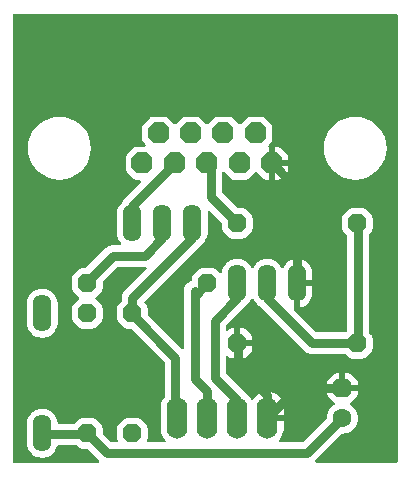
<source format=gbr>
%TF.GenerationSoftware,KiCad,Pcbnew,8.0.4*%
%TF.CreationDate,2024-09-20T14:01:47+02:00*%
%TF.ProjectId,TTL2RS232v1,54544c32-5253-4323-9332-76312e6b6963,rev?*%
%TF.SameCoordinates,Original*%
%TF.FileFunction,Copper,L2,Bot*%
%TF.FilePolarity,Positive*%
%FSLAX46Y46*%
G04 Gerber Fmt 4.6, Leading zero omitted, Abs format (unit mm)*
G04 Created by KiCad (PCBNEW 8.0.4) date 2024-09-20 14:01:47*
%MOMM*%
%LPD*%
G01*
G04 APERTURE LIST*
G04 Aperture macros list*
%AMOutline5P*
0 Free polygon, 5 corners , with rotation*
0 The origin of the aperture is its center*
0 number of corners: always 5*
0 $1 to $10 corner X, Y*
0 $11 Rotation angle, in degrees counterclockwise*
0 create outline with 5 corners*
4,1,5,$1,$2,$3,$4,$5,$6,$7,$8,$9,$10,$1,$2,$11*%
%AMOutline6P*
0 Free polygon, 6 corners , with rotation*
0 The origin of the aperture is its center*
0 number of corners: always 6*
0 $1 to $12 corner X, Y*
0 $13 Rotation angle, in degrees counterclockwise*
0 create outline with 6 corners*
4,1,6,$1,$2,$3,$4,$5,$6,$7,$8,$9,$10,$11,$12,$1,$2,$13*%
%AMOutline7P*
0 Free polygon, 7 corners , with rotation*
0 The origin of the aperture is its center*
0 number of corners: always 7*
0 $1 to $14 corner X, Y*
0 $15 Rotation angle, in degrees counterclockwise*
0 create outline with 7 corners*
4,1,7,$1,$2,$3,$4,$5,$6,$7,$8,$9,$10,$11,$12,$13,$14,$1,$2,$15*%
%AMOutline8P*
0 Free polygon, 8 corners , with rotation*
0 The origin of the aperture is its center*
0 number of corners: always 8*
0 $1 to $16 corner X, Y*
0 $17 Rotation angle, in degrees counterclockwise*
0 create outline with 8 corners*
4,1,8,$1,$2,$3,$4,$5,$6,$7,$8,$9,$10,$11,$12,$13,$14,$15,$16,$1,$2,$17*%
G04 Aperture macros list end*
%TA.AperFunction,ComponentPad*%
%ADD10Outline8P,-0.787400X0.393700X-0.393700X0.787400X0.393700X0.787400X0.787400X0.393700X0.787400X-0.393700X0.393700X-0.787400X-0.393700X-0.787400X-0.787400X-0.393700X90.000000*%
%TD*%
%TA.AperFunction,ComponentPad*%
%ADD11C,1.600200*%
%TD*%
%TA.AperFunction,ComponentPad*%
%ADD12Outline8P,-0.800100X0.400050X-0.400050X0.800100X0.400050X0.800100X0.800100X0.400050X0.800100X-0.400050X0.400050X-0.800100X-0.400050X-0.800100X-0.800100X-0.400050X90.000000*%
%TD*%
%TA.AperFunction,ComponentPad*%
%ADD13O,1.574800X3.149600*%
%TD*%
%TA.AperFunction,ComponentPad*%
%ADD14Outline8P,-0.787400X0.393700X-0.393700X0.787400X0.393700X0.787400X0.787400X0.393700X0.787400X-0.393700X0.393700X-0.787400X-0.393700X-0.787400X-0.787400X-0.393700X180.000000*%
%TD*%
%TA.AperFunction,ComponentPad*%
%ADD15O,1.762000X3.524000*%
%TD*%
%TA.AperFunction,ComponentPad*%
%ADD16Outline8P,-0.889000X0.444500X-0.444500X0.889000X0.444500X0.889000X0.889000X0.444500X0.889000X-0.444500X0.444500X-0.889000X-0.444500X-0.889000X-0.889000X-0.444500X0.000000*%
%TD*%
%TA.AperFunction,ComponentPad*%
%ADD17Outline8P,-0.787400X0.393700X-0.393700X0.787400X0.393700X0.787400X0.787400X0.393700X0.787400X-0.393700X0.393700X-0.787400X-0.393700X-0.787400X-0.787400X-0.393700X0.000000*%
%TD*%
%TA.AperFunction,Conductor*%
%ADD18C,0.800000*%
%TD*%
%TA.AperFunction,Conductor*%
%ADD19C,0.508000*%
%TD*%
G04 APERTURE END LIST*
D10*
%TO.P,R1,1*%
%TO.N,N$1*%
X142316100Y-121508600D03*
%TO.P,R1,2*%
%TO.N,VCC*%
X142316100Y-111348600D03*
%TD*%
D11*
%TO.P,C1,+*%
%TO.N,N$3*%
X160096100Y-120238600D03*
D12*
%TO.P,C1,-*%
%TO.N,GNDA*%
X160096100Y-117698600D03*
%TD*%
D13*
%TO.P,Q3,B*%
%TO.N,N$2*%
X153746100Y-108808600D03*
%TO.P,Q3,C*%
%TO.N,N$1*%
X151206100Y-108808600D03*
%TO.P,Q3,E*%
%TO.N,GNDA*%
X156286100Y-108808600D03*
%TD*%
D10*
%TO.P,R3,1*%
%TO.N,N$3*%
X138506100Y-121508600D03*
%TO.P,R3,2*%
%TO.N,N$5*%
X138506100Y-111348600D03*
%TD*%
D14*
%TO.P,R4,1*%
%TO.N,N$2*%
X161366100Y-103728600D03*
%TO.P,R4,2*%
%TO.N,N$4*%
X151206100Y-103728600D03*
%TD*%
D13*
%TO.P,Q4,B*%
%TO.N,N$6*%
X144856100Y-103728600D03*
%TO.P,Q4,C*%
%TO.N,N$5*%
X142316100Y-103728600D03*
%TO.P,Q4,E*%
%TO.N,VCC*%
X147396100Y-103728600D03*
%TD*%
D15*
%TO.P,X2,1*%
%TO.N,VCC*%
X146126100Y-120238600D03*
%TO.P,X2,2*%
%TO.N,N$9*%
X148666100Y-120238600D03*
%TO.P,X2,3*%
%TO.N,N$1*%
X151206100Y-120238600D03*
%TO.P,X2,4*%
%TO.N,GNDA*%
X153746100Y-120238600D03*
%TD*%
D16*
%TO.P,X1,1*%
%TO.N,N/C*%
X143179700Y-98648600D03*
%TO.P,X1,2*%
%TO.N,N$5*%
X145922900Y-98648600D03*
%TO.P,X1,3*%
%TO.N,N$4*%
X148666100Y-98648600D03*
%TO.P,X1,4*%
%TO.N,N/C*%
X151409300Y-98648600D03*
%TO.P,X1,5*%
%TO.N,GNDA*%
X154152500Y-98648600D03*
%TO.P,X1,6*%
%TO.N,N/C*%
X144551300Y-96108600D03*
%TO.P,X1,7*%
X147294500Y-96108600D03*
%TO.P,X1,8*%
X150037700Y-96108600D03*
%TO.P,X1,9*%
X152780900Y-96108600D03*
%TD*%
D17*
%TO.P,R5,1*%
%TO.N,N$6*%
X138506100Y-108808600D03*
%TO.P,R5,2*%
%TO.N,N$9*%
X148666100Y-108808600D03*
%TD*%
D13*
%TO.P,D1,A*%
%TO.N,N$3*%
X134696100Y-121508600D03*
%TO.P,D1,C*%
%TO.N,N$4*%
X134696100Y-111348600D03*
%TD*%
D17*
%TO.P,R2,1*%
%TO.N,GNDA*%
X151206100Y-113888600D03*
%TO.P,R2,2*%
%TO.N,N$2*%
X161366100Y-113888600D03*
%TD*%
D18*
%TO.N,N$3*%
X157134700Y-123200000D02*
X160096100Y-120238600D01*
X140197500Y-123200000D02*
X157134700Y-123200000D01*
X138506100Y-121508600D02*
X140197500Y-123200000D01*
D19*
X134787500Y-121600000D02*
X134696100Y-121508600D01*
D18*
X138414700Y-121600000D02*
X134787500Y-121600000D01*
D19*
X138506100Y-121508600D02*
X138414700Y-121600000D01*
D18*
%TO.N,GNDA*%
X156284700Y-117700000D02*
X160094700Y-117700000D01*
X153746100Y-120238600D02*
X156284700Y-117700000D01*
X160094700Y-117700000D02*
X160096100Y-117698600D01*
X153746100Y-118246100D02*
X151256900Y-115756900D01*
X153746100Y-120238600D02*
X153746100Y-118246100D01*
X151256900Y-115756900D02*
X151256900Y-114295000D01*
%TO.N,N$1*%
X151206100Y-118706100D02*
X151206100Y-120238600D01*
X149301100Y-116801100D02*
X151206100Y-118706100D01*
X149301100Y-111983600D02*
X149301100Y-116801100D01*
X151206100Y-110078600D02*
X149301100Y-111983600D01*
X151206100Y-108808600D02*
X151206100Y-110078600D01*
%TO.N,N$9*%
X147603900Y-109870800D02*
X148666100Y-108808600D01*
D19*
X147603900Y-110400000D02*
X147603900Y-109870800D01*
D18*
X148666100Y-117951600D02*
X147603900Y-116889400D01*
X148666100Y-120238600D02*
X148666100Y-117951600D01*
X147603900Y-116889400D02*
X147603900Y-109464100D01*
%TO.N,VCC*%
X145973700Y-120086200D02*
X146126100Y-120238600D01*
X142316100Y-111450200D02*
X145973700Y-115107800D01*
D19*
X142316100Y-111348600D02*
X142316100Y-111450200D01*
D18*
X145973700Y-115107800D02*
X145973700Y-120086200D01*
X147396100Y-104998600D02*
X147396100Y-103728600D01*
X142316100Y-110078600D02*
X147396100Y-104998600D01*
X142316100Y-111348600D02*
X142316100Y-110078600D01*
%TO.N,N$6*%
X143354700Y-106500000D02*
X140700000Y-106500000D01*
X140700000Y-106500000D02*
X138506100Y-108693900D01*
X144856100Y-104998600D02*
X143354700Y-106500000D01*
X144856100Y-103728600D02*
X144856100Y-104998600D01*
%TO.N,GNDA*%
X156300000Y-100796100D02*
X154152500Y-98648600D01*
X156300000Y-105300000D02*
X156300000Y-100796100D01*
D19*
X156286100Y-105313900D02*
X156300000Y-105300000D01*
D18*
X156286100Y-108808600D02*
X156286100Y-105313900D01*
%TO.N,N$5*%
X142316100Y-102255400D02*
X145922900Y-98648600D01*
X142316100Y-103728600D02*
X142316100Y-102255400D01*
%TO.N,N$4*%
X149000000Y-101522500D02*
X149000000Y-98982500D01*
X149000000Y-98982500D02*
X148666100Y-98648600D01*
X151206100Y-103728600D02*
X149000000Y-101522500D01*
D19*
%TO.N,N$1*%
X151206100Y-121508600D02*
X151206100Y-120238600D01*
X151256900Y-119984600D02*
X151206100Y-120238600D01*
X142316100Y-121610200D02*
X142316100Y-121508600D01*
X151256900Y-109011800D02*
X151206100Y-108808600D01*
X151256900Y-120391000D02*
X151206100Y-120238600D01*
D18*
%TO.N,N$2*%
X161416900Y-113888600D02*
X161416900Y-103728600D01*
X153746100Y-108808600D02*
X153746100Y-110078600D01*
D19*
X161416900Y-113888600D02*
X161366100Y-113888600D01*
D18*
X157556100Y-113888600D02*
X161366100Y-113888600D01*
X153746100Y-110078600D02*
X157556100Y-113888600D01*
D19*
X161416900Y-103728600D02*
X161366100Y-103728600D01*
%TO.N,N$5*%
X145567300Y-98851800D02*
X145922900Y-98648600D01*
%TO.N,N$6*%
X144754500Y-103728600D02*
X144856100Y-103728600D01*
%TO.N,VCC*%
X147599300Y-103728600D02*
X147396100Y-103728600D01*
%TD*%
%TA.AperFunction,Conductor*%
%TO.N,GNDA*%
G36*
X164763639Y-86019685D02*
G01*
X164809394Y-86072489D01*
X164820600Y-86124000D01*
X164820600Y-116172000D01*
X164800325Y-123876326D01*
X164780464Y-123943314D01*
X164727539Y-123988930D01*
X164676325Y-124000000D01*
X157918876Y-124000000D01*
X157851837Y-123980315D01*
X157806082Y-123927511D01*
X157796138Y-123858353D01*
X157825163Y-123794797D01*
X157831195Y-123788319D01*
X159600250Y-122019262D01*
X160032641Y-121586870D01*
X160093962Y-121553387D01*
X160109505Y-121551026D01*
X160324204Y-121532242D01*
X160545377Y-121472979D01*
X160752900Y-121376210D01*
X160940465Y-121244875D01*
X161102375Y-121082965D01*
X161233710Y-120895400D01*
X161330479Y-120687877D01*
X161389742Y-120466704D01*
X161409699Y-120238600D01*
X161408399Y-120223747D01*
X161389742Y-120010500D01*
X161389742Y-120010496D01*
X161330479Y-119789323D01*
X161233710Y-119581801D01*
X161233708Y-119581798D01*
X161233707Y-119581796D01*
X161102378Y-119394239D01*
X161102373Y-119394233D01*
X160940465Y-119232325D01*
X160777452Y-119118181D01*
X160733827Y-119063604D01*
X160726635Y-118994106D01*
X160758157Y-118931751D01*
X160772506Y-118918682D01*
X160820746Y-118881207D01*
X160820759Y-118881196D01*
X161278696Y-118423259D01*
X161278707Y-118423246D01*
X161330629Y-118356408D01*
X161330629Y-118356407D01*
X161385650Y-118223574D01*
X161396199Y-118139591D01*
X161396200Y-118139585D01*
X161396200Y-117948600D01*
X160420837Y-117948600D01*
X160421301Y-117948136D01*
X160474805Y-117855465D01*
X160502500Y-117752104D01*
X160502500Y-117645096D01*
X160474805Y-117541735D01*
X160421301Y-117449064D01*
X160420837Y-117448600D01*
X161396200Y-117448600D01*
X161396200Y-117257608D01*
X161396199Y-117257606D01*
X161385650Y-117173624D01*
X161330629Y-117040791D01*
X161278707Y-116973953D01*
X161278696Y-116973940D01*
X160820759Y-116516003D01*
X160820746Y-116515992D01*
X160753908Y-116464070D01*
X160621074Y-116409049D01*
X160537091Y-116398500D01*
X160346100Y-116398500D01*
X160346100Y-117373863D01*
X160345636Y-117373399D01*
X160252965Y-117319895D01*
X160149604Y-117292200D01*
X160042596Y-117292200D01*
X159939235Y-117319895D01*
X159846564Y-117373399D01*
X159846100Y-117373863D01*
X159846100Y-116398500D01*
X159655106Y-116398500D01*
X159571124Y-116409049D01*
X159438291Y-116464070D01*
X159371453Y-116515992D01*
X159371440Y-116516003D01*
X158913503Y-116973940D01*
X158913492Y-116973953D01*
X158861570Y-117040791D01*
X158861570Y-117040792D01*
X158806549Y-117173625D01*
X158796000Y-117257608D01*
X158796000Y-117448600D01*
X159771363Y-117448600D01*
X159770899Y-117449064D01*
X159717395Y-117541735D01*
X159689700Y-117645096D01*
X159689700Y-117752104D01*
X159717395Y-117855465D01*
X159770899Y-117948136D01*
X159771363Y-117948600D01*
X158796000Y-117948600D01*
X158796000Y-118139593D01*
X158806549Y-118223575D01*
X158861570Y-118356408D01*
X158913492Y-118423246D01*
X158913503Y-118423259D01*
X159371440Y-118881196D01*
X159371453Y-118881207D01*
X159419694Y-118918682D01*
X159460561Y-118975354D01*
X159464301Y-119045123D01*
X159429727Y-119105839D01*
X159414748Y-119118182D01*
X159251735Y-119232325D01*
X159251733Y-119232326D01*
X159089826Y-119394233D01*
X159089821Y-119394239D01*
X158958492Y-119581796D01*
X158958490Y-119581800D01*
X158861722Y-119789321D01*
X158861718Y-119789330D01*
X158802459Y-120010490D01*
X158802457Y-120010500D01*
X158783674Y-120225185D01*
X158758221Y-120290254D01*
X158747827Y-120302058D01*
X156794706Y-122255181D01*
X156733383Y-122288666D01*
X156707025Y-122291500D01*
X154826591Y-122291500D01*
X154759552Y-122271815D01*
X154713797Y-122219011D01*
X154703853Y-122149853D01*
X154732878Y-122086297D01*
X154738910Y-122079819D01*
X154799465Y-122019263D01*
X154927236Y-121843402D01*
X155025924Y-121649717D01*
X155093094Y-121442989D01*
X155093094Y-121442986D01*
X155127100Y-121228286D01*
X155127100Y-120488600D01*
X154179112Y-120488600D01*
X154212025Y-120431593D01*
X154246100Y-120304426D01*
X154246100Y-120172774D01*
X154212025Y-120045607D01*
X154179112Y-119988600D01*
X155127100Y-119988600D01*
X155127100Y-119248913D01*
X155093094Y-119034213D01*
X155093094Y-119034210D01*
X155025924Y-118827482D01*
X154927236Y-118633797D01*
X154799465Y-118457936D01*
X154645763Y-118304234D01*
X154469902Y-118176463D01*
X154276214Y-118077774D01*
X154276216Y-118077774D01*
X154069483Y-118010604D01*
X153996100Y-117998981D01*
X153996100Y-119805588D01*
X153939093Y-119772675D01*
X153811926Y-119738600D01*
X153680274Y-119738600D01*
X153553107Y-119772675D01*
X153496100Y-119805588D01*
X153496100Y-117998981D01*
X153496099Y-117998981D01*
X153422716Y-118010604D01*
X153215984Y-118077774D01*
X153022297Y-118176463D01*
X152846436Y-118304234D01*
X152692733Y-118457937D01*
X152581671Y-118610800D01*
X152526340Y-118653465D01*
X152456727Y-118659444D01*
X152394932Y-118626838D01*
X152381035Y-118610799D01*
X152265957Y-118452407D01*
X152265953Y-118452402D01*
X152111299Y-118297748D01*
X152098051Y-118288123D01*
X151963223Y-118190165D01*
X151933009Y-118158740D01*
X151911776Y-118126962D01*
X150245919Y-116461105D01*
X150212434Y-116399782D01*
X150209600Y-116373424D01*
X150209600Y-115079668D01*
X150229285Y-115012629D01*
X150282089Y-114966874D01*
X150351247Y-114956930D01*
X150414803Y-114985955D01*
X150421282Y-114991987D01*
X150487797Y-115058503D01*
X150487802Y-115058507D01*
X150554641Y-115110429D01*
X150554645Y-115110431D01*
X150687473Y-115165450D01*
X150771458Y-115175999D01*
X150771465Y-115176000D01*
X150956100Y-115176000D01*
X150956100Y-114213337D01*
X150956564Y-114213801D01*
X151049235Y-114267305D01*
X151152596Y-114295000D01*
X151259604Y-114295000D01*
X151362965Y-114267305D01*
X151455636Y-114213801D01*
X151456100Y-114213337D01*
X151456100Y-115176000D01*
X151640742Y-115176000D01*
X151640743Y-115175999D01*
X151724725Y-115165450D01*
X151857558Y-115110429D01*
X151924396Y-115058507D01*
X151924410Y-115058495D01*
X152375996Y-114606910D01*
X152376007Y-114606897D01*
X152427929Y-114540058D01*
X152427931Y-114540054D01*
X152482950Y-114407226D01*
X152493499Y-114323241D01*
X152493500Y-114323235D01*
X152493500Y-114138600D01*
X151530837Y-114138600D01*
X151531301Y-114138136D01*
X151584805Y-114045465D01*
X151612500Y-113942104D01*
X151612500Y-113835096D01*
X151584805Y-113731735D01*
X151531301Y-113639064D01*
X151530837Y-113638600D01*
X152493500Y-113638600D01*
X152493500Y-113453958D01*
X152493499Y-113453956D01*
X152482950Y-113369974D01*
X152427929Y-113237141D01*
X152376007Y-113170303D01*
X152375995Y-113170289D01*
X151924410Y-112718703D01*
X151924397Y-112718692D01*
X151857558Y-112666770D01*
X151857554Y-112666768D01*
X151724726Y-112611749D01*
X151640741Y-112601200D01*
X151456100Y-112601200D01*
X151456100Y-113563863D01*
X151455636Y-113563399D01*
X151362965Y-113509895D01*
X151259604Y-113482200D01*
X151152596Y-113482200D01*
X151049235Y-113509895D01*
X150956564Y-113563399D01*
X150956100Y-113563863D01*
X150956100Y-112601200D01*
X150771456Y-112601200D01*
X150687474Y-112611749D01*
X150554641Y-112666770D01*
X150487803Y-112718692D01*
X150487790Y-112718703D01*
X150421281Y-112785213D01*
X150359958Y-112818698D01*
X150290266Y-112813714D01*
X150234333Y-112771842D01*
X150209916Y-112706378D01*
X150209600Y-112697532D01*
X150209600Y-112411274D01*
X150229285Y-112344235D01*
X150245914Y-112323598D01*
X151830352Y-110739159D01*
X151861735Y-110716359D01*
X151885300Y-110704353D01*
X152050322Y-110584457D01*
X152194557Y-110440222D01*
X152314453Y-110275200D01*
X152365615Y-110174787D01*
X152413589Y-110123992D01*
X152481410Y-110107197D01*
X152547545Y-110129734D01*
X152586584Y-110174787D01*
X152637747Y-110275200D01*
X152757643Y-110440222D01*
X152901878Y-110584457D01*
X153066900Y-110704353D01*
X153090461Y-110716357D01*
X153121849Y-110739162D01*
X156976961Y-114594275D01*
X156976965Y-114594278D01*
X157125764Y-114693703D01*
X157242674Y-114742128D01*
X157291100Y-114762187D01*
X157466616Y-114797099D01*
X157466620Y-114797100D01*
X157466621Y-114797100D01*
X157645580Y-114797100D01*
X160323010Y-114797100D01*
X160390049Y-114816785D01*
X160410691Y-114833419D01*
X160642272Y-115065000D01*
X160642282Y-115065009D01*
X160695218Y-115106129D01*
X160710260Y-115117814D01*
X160845352Y-115173771D01*
X160930770Y-115184500D01*
X161801429Y-115184501D01*
X161886849Y-115173771D01*
X162021941Y-115117814D01*
X162071046Y-115079668D01*
X162089918Y-115065008D01*
X162089921Y-115065005D01*
X162089929Y-115064999D01*
X162542502Y-114612426D01*
X162595314Y-114544440D01*
X162651271Y-114409348D01*
X162662000Y-114323930D01*
X162662001Y-113453271D01*
X162651271Y-113367851D01*
X162595314Y-113232759D01*
X162587213Y-113222330D01*
X162542508Y-113164781D01*
X162542496Y-113164768D01*
X162361719Y-112983991D01*
X162328234Y-112922668D01*
X162325400Y-112896310D01*
X162325400Y-104720890D01*
X162345085Y-104653851D01*
X162361719Y-104633209D01*
X162376939Y-104617989D01*
X162542502Y-104452426D01*
X162595314Y-104384440D01*
X162651271Y-104249348D01*
X162662000Y-104163930D01*
X162662001Y-103293271D01*
X162651271Y-103207851D01*
X162595314Y-103072759D01*
X162587213Y-103062330D01*
X162542508Y-103004781D01*
X162542496Y-103004768D01*
X162089927Y-102552199D01*
X162089917Y-102552190D01*
X162021940Y-102499386D01*
X162021938Y-102499385D01*
X161886848Y-102443429D01*
X161865493Y-102440746D01*
X161801433Y-102432700D01*
X161801426Y-102432699D01*
X160930769Y-102432699D01*
X160845353Y-102443428D01*
X160845349Y-102443429D01*
X160710260Y-102499385D01*
X160710258Y-102499386D01*
X160642281Y-102552191D01*
X160642268Y-102552203D01*
X160189699Y-103004772D01*
X160189690Y-103004782D01*
X160136886Y-103072759D01*
X160080929Y-103207852D01*
X160070200Y-103293266D01*
X160070199Y-103293273D01*
X160070199Y-104163930D01*
X160080928Y-104249346D01*
X160080929Y-104249350D01*
X160136885Y-104384439D01*
X160136886Y-104384441D01*
X160189691Y-104452418D01*
X160189703Y-104452431D01*
X160472081Y-104734809D01*
X160505566Y-104796132D01*
X160508400Y-104822490D01*
X160508400Y-112794710D01*
X160488715Y-112861749D01*
X160472081Y-112882391D01*
X160410691Y-112943781D01*
X160349368Y-112977266D01*
X160323010Y-112980100D01*
X157983775Y-112980100D01*
X157916736Y-112960415D01*
X157896094Y-112943781D01*
X156010172Y-111057859D01*
X155976687Y-110996536D01*
X155981671Y-110926844D01*
X156017322Y-110875887D01*
X156036100Y-110859849D01*
X156036100Y-109133337D01*
X156036564Y-109133801D01*
X156129235Y-109187305D01*
X156232596Y-109215000D01*
X156339604Y-109215000D01*
X156442965Y-109187305D01*
X156535636Y-109133801D01*
X156536100Y-109133337D01*
X156536100Y-110859849D01*
X156587572Y-110851698D01*
X156780294Y-110789078D01*
X156960848Y-110697080D01*
X157124778Y-110577979D01*
X157124783Y-110577975D01*
X157268075Y-110434683D01*
X157268079Y-110434678D01*
X157387180Y-110270748D01*
X157479178Y-110090192D01*
X157541800Y-109897463D01*
X157573500Y-109697320D01*
X157573500Y-109058600D01*
X156610837Y-109058600D01*
X156611301Y-109058136D01*
X156664805Y-108965465D01*
X156692500Y-108862104D01*
X156692500Y-108755096D01*
X156664805Y-108651735D01*
X156611301Y-108559064D01*
X156610837Y-108558600D01*
X157573500Y-108558600D01*
X157573500Y-107919879D01*
X157541800Y-107719736D01*
X157479178Y-107527007D01*
X157387180Y-107346451D01*
X157268079Y-107182521D01*
X157268075Y-107182516D01*
X157124783Y-107039224D01*
X157124778Y-107039220D01*
X156960848Y-106920119D01*
X156780292Y-106828121D01*
X156587563Y-106765499D01*
X156536100Y-106757348D01*
X156536100Y-108483863D01*
X156535636Y-108483399D01*
X156442965Y-108429895D01*
X156339604Y-108402200D01*
X156232596Y-108402200D01*
X156129235Y-108429895D01*
X156036564Y-108483399D01*
X156036100Y-108483863D01*
X156036100Y-106757348D01*
X156036099Y-106757348D01*
X155984636Y-106765499D01*
X155791907Y-106828121D01*
X155611351Y-106920119D01*
X155447421Y-107039220D01*
X155447416Y-107039224D01*
X155304124Y-107182516D01*
X155304120Y-107182521D01*
X155185017Y-107346453D01*
X155131353Y-107451774D01*
X155083379Y-107502569D01*
X155015558Y-107519364D01*
X154949423Y-107496826D01*
X154910384Y-107451772D01*
X154905614Y-107442411D01*
X154888336Y-107408500D01*
X154854454Y-107342001D01*
X154798753Y-107265336D01*
X154734557Y-107176978D01*
X154590322Y-107032743D01*
X154425300Y-106912847D01*
X154243553Y-106820243D01*
X154243550Y-106820241D01*
X154049559Y-106757210D01*
X153915245Y-106735936D01*
X153848090Y-106725300D01*
X153644110Y-106725300D01*
X153576954Y-106735936D01*
X153442641Y-106757210D01*
X153442638Y-106757210D01*
X153248649Y-106820241D01*
X153248646Y-106820243D01*
X153066899Y-106912847D01*
X152972748Y-106981252D01*
X152901878Y-107032743D01*
X152901876Y-107032745D01*
X152901875Y-107032745D01*
X152757645Y-107176975D01*
X152757645Y-107176976D01*
X152757643Y-107176978D01*
X152753616Y-107182521D01*
X152637747Y-107341999D01*
X152586585Y-107442411D01*
X152538610Y-107493207D01*
X152470789Y-107510002D01*
X152404654Y-107487465D01*
X152365615Y-107442411D01*
X152330547Y-107373587D01*
X152314453Y-107342000D01*
X152194557Y-107176978D01*
X152050322Y-107032743D01*
X151885300Y-106912847D01*
X151703553Y-106820243D01*
X151703550Y-106820241D01*
X151509559Y-106757210D01*
X151375245Y-106735936D01*
X151308090Y-106725300D01*
X151104110Y-106725300D01*
X151036954Y-106735936D01*
X150902641Y-106757210D01*
X150902638Y-106757210D01*
X150708649Y-106820241D01*
X150708646Y-106820243D01*
X150526899Y-106912847D01*
X150432748Y-106981252D01*
X150361878Y-107032743D01*
X150361876Y-107032745D01*
X150361875Y-107032745D01*
X150217645Y-107176975D01*
X150217645Y-107176976D01*
X150217643Y-107176978D01*
X150213616Y-107182521D01*
X150097747Y-107341999D01*
X150005143Y-107523746D01*
X150005141Y-107523749D01*
X149942110Y-107717738D01*
X149942110Y-107717739D01*
X149916376Y-107880212D01*
X149886446Y-107943346D01*
X149827134Y-107980277D01*
X149757272Y-107979279D01*
X149706222Y-107948494D01*
X149389927Y-107632199D01*
X149389917Y-107632190D01*
X149321940Y-107579386D01*
X149321938Y-107579385D01*
X149186848Y-107523429D01*
X149154485Y-107519364D01*
X149101433Y-107512700D01*
X149101426Y-107512699D01*
X148230769Y-107512699D01*
X148145353Y-107523428D01*
X148145349Y-107523429D01*
X148010260Y-107579385D01*
X148010258Y-107579386D01*
X147942281Y-107632191D01*
X147942268Y-107632203D01*
X147489699Y-108084772D01*
X147489690Y-108084782D01*
X147436886Y-108152759D01*
X147380929Y-108287852D01*
X147370200Y-108373266D01*
X147370199Y-108373273D01*
X147370199Y-108494695D01*
X147350514Y-108561734D01*
X147297710Y-108607489D01*
X147293652Y-108609255D01*
X147173567Y-108658996D01*
X147173557Y-108659001D01*
X147024765Y-108758421D01*
X147024761Y-108758424D01*
X146898224Y-108884961D01*
X146898221Y-108884965D01*
X146798801Y-109033757D01*
X146798796Y-109033767D01*
X146730313Y-109199099D01*
X146730311Y-109199107D01*
X146695400Y-109374616D01*
X146695400Y-114245325D01*
X146675715Y-114312364D01*
X146622911Y-114358119D01*
X146553753Y-114368063D01*
X146490197Y-114339038D01*
X146483719Y-114333006D01*
X143648319Y-111497606D01*
X143614834Y-111436283D01*
X143612000Y-111409925D01*
X143612000Y-111188124D01*
X143612001Y-110913271D01*
X143601271Y-110827851D01*
X143545314Y-110692759D01*
X143537213Y-110682330D01*
X143492508Y-110624781D01*
X143492496Y-110624768D01*
X143361301Y-110493573D01*
X143327816Y-110432250D01*
X143332800Y-110362558D01*
X143361301Y-110318211D01*
X145594741Y-108084771D01*
X148020352Y-105659159D01*
X148051735Y-105636359D01*
X148075300Y-105624353D01*
X148240322Y-105504457D01*
X148384557Y-105360222D01*
X148504453Y-105195200D01*
X148597057Y-105013453D01*
X148615135Y-104957814D01*
X148660089Y-104819461D01*
X148660089Y-104819460D01*
X148660090Y-104819457D01*
X148692000Y-104617990D01*
X148692000Y-102839210D01*
X148687734Y-102812278D01*
X148696688Y-102742988D01*
X148741683Y-102689536D01*
X148808434Y-102668895D01*
X148875748Y-102687619D01*
X148897888Y-102705201D01*
X149873880Y-103681193D01*
X149907365Y-103742516D01*
X149910199Y-103768874D01*
X149910199Y-104163930D01*
X149920928Y-104249346D01*
X149920929Y-104249350D01*
X149976885Y-104384439D01*
X149976886Y-104384441D01*
X150029691Y-104452418D01*
X150029703Y-104452431D01*
X150482272Y-104905000D01*
X150482282Y-104905009D01*
X150525977Y-104938951D01*
X150550260Y-104957814D01*
X150685352Y-105013771D01*
X150770770Y-105024500D01*
X151641429Y-105024501D01*
X151726849Y-105013771D01*
X151861941Y-104957814D01*
X151908664Y-104921518D01*
X151929918Y-104905008D01*
X151929921Y-104905005D01*
X151929929Y-104904999D01*
X152382502Y-104452426D01*
X152435314Y-104384440D01*
X152491271Y-104249348D01*
X152502000Y-104163930D01*
X152502001Y-103293271D01*
X152491271Y-103207851D01*
X152435314Y-103072759D01*
X152427213Y-103062330D01*
X152382508Y-103004781D01*
X152382496Y-103004768D01*
X151929927Y-102552199D01*
X151929917Y-102552190D01*
X151861940Y-102499386D01*
X151861938Y-102499385D01*
X151726848Y-102443429D01*
X151705493Y-102440746D01*
X151641433Y-102432700D01*
X151641426Y-102432699D01*
X151246374Y-102432699D01*
X151179334Y-102413014D01*
X151158693Y-102396380D01*
X149944819Y-101182506D01*
X149911334Y-101121183D01*
X149908500Y-101094825D01*
X149908500Y-99510190D01*
X149928185Y-99443151D01*
X149941750Y-99426317D01*
X149941539Y-99426131D01*
X149944716Y-99422530D01*
X149944937Y-99422390D01*
X149946842Y-99420486D01*
X149947274Y-99420918D01*
X150003829Y-99385282D01*
X150073695Y-99385905D01*
X150128150Y-99420899D01*
X150128561Y-99420489D01*
X150130447Y-99422375D01*
X150130680Y-99422525D01*
X150131302Y-99423230D01*
X150634672Y-99926600D01*
X150634682Y-99926609D01*
X150687618Y-99967729D01*
X150702660Y-99979414D01*
X150837752Y-100035371D01*
X150923170Y-100046100D01*
X151895429Y-100046101D01*
X151980849Y-100035371D01*
X152115941Y-99979414D01*
X152162664Y-99943118D01*
X152183918Y-99926608D01*
X152183921Y-99926605D01*
X152183929Y-99926599D01*
X152687302Y-99423226D01*
X152688406Y-99421804D01*
X152688819Y-99421506D01*
X152689876Y-99420309D01*
X152690147Y-99420548D01*
X152745066Y-99380926D01*
X152814834Y-99377168D01*
X152875559Y-99411727D01*
X152879329Y-99415812D01*
X152881001Y-99417707D01*
X153383384Y-99920091D01*
X153383393Y-99920099D01*
X153450242Y-99972031D01*
X153583071Y-100027049D01*
X153583078Y-100027051D01*
X153667058Y-100037599D01*
X153667065Y-100037600D01*
X153902500Y-100037600D01*
X153902500Y-99090851D01*
X153956419Y-99121981D01*
X154085620Y-99156600D01*
X154219380Y-99156600D01*
X154348581Y-99121981D01*
X154402500Y-99090851D01*
X154402500Y-100037600D01*
X154637942Y-100037600D01*
X154637943Y-100037599D01*
X154721925Y-100027050D01*
X154854758Y-99972029D01*
X154921596Y-99920107D01*
X154921610Y-99920095D01*
X155423991Y-99417715D01*
X155423999Y-99417706D01*
X155475931Y-99350857D01*
X155530949Y-99218028D01*
X155530951Y-99218021D01*
X155541499Y-99134041D01*
X155541500Y-99134035D01*
X155541500Y-98898600D01*
X154594751Y-98898600D01*
X154625881Y-98844681D01*
X154660500Y-98715480D01*
X154660500Y-98581720D01*
X154625881Y-98452519D01*
X154594751Y-98398600D01*
X155541500Y-98398600D01*
X155541500Y-98163158D01*
X155541499Y-98163156D01*
X155530950Y-98079174D01*
X155475929Y-97946341D01*
X155424007Y-97879503D01*
X155423995Y-97879489D01*
X154923105Y-97378598D01*
X158521300Y-97378598D01*
X158521300Y-97378601D01*
X158561817Y-97841714D01*
X158561819Y-97841725D01*
X158682137Y-98290760D01*
X158682139Y-98290764D01*
X158682140Y-98290768D01*
X158732423Y-98398600D01*
X158878610Y-98712100D01*
X158878612Y-98712104D01*
X159145259Y-99092916D01*
X159473983Y-99421640D01*
X159854795Y-99688287D01*
X159854797Y-99688288D01*
X159854800Y-99688290D01*
X160276132Y-99884760D01*
X160725180Y-100005082D01*
X161055980Y-100034023D01*
X161188298Y-100045600D01*
X161188300Y-100045600D01*
X161188302Y-100045600D01*
X161319676Y-100034106D01*
X161651420Y-100005082D01*
X162100468Y-99884760D01*
X162521800Y-99688290D01*
X162902615Y-99421641D01*
X163231341Y-99092915D01*
X163497990Y-98712100D01*
X163694460Y-98290768D01*
X163814782Y-97841720D01*
X163855300Y-97378600D01*
X163855169Y-97377108D01*
X163814782Y-96915485D01*
X163814782Y-96915480D01*
X163694460Y-96466432D01*
X163497990Y-96045100D01*
X163497988Y-96045097D01*
X163497987Y-96045095D01*
X163231340Y-95664283D01*
X162902616Y-95335559D01*
X162521804Y-95068912D01*
X162521800Y-95068910D01*
X162100468Y-94872440D01*
X162100464Y-94872439D01*
X162100460Y-94872437D01*
X161651425Y-94752119D01*
X161651421Y-94752118D01*
X161651420Y-94752118D01*
X161651419Y-94752117D01*
X161651414Y-94752117D01*
X161188302Y-94711600D01*
X161188298Y-94711600D01*
X160725185Y-94752117D01*
X160725174Y-94752119D01*
X160276139Y-94872437D01*
X160276130Y-94872441D01*
X159854799Y-95068910D01*
X159854795Y-95068912D01*
X159473983Y-95335559D01*
X159145259Y-95664283D01*
X158878612Y-96045095D01*
X158878610Y-96045099D01*
X158682141Y-96466430D01*
X158682137Y-96466439D01*
X158561819Y-96915474D01*
X158561817Y-96915485D01*
X158521300Y-97378598D01*
X154923105Y-97378598D01*
X154921615Y-97377108D01*
X154921606Y-97377100D01*
X154854757Y-97325168D01*
X154721928Y-97270150D01*
X154721921Y-97270148D01*
X154637941Y-97259600D01*
X154402500Y-97259600D01*
X154402500Y-98206348D01*
X154348581Y-98175219D01*
X154219380Y-98140600D01*
X154085620Y-98140600D01*
X153956419Y-98175219D01*
X153902500Y-98206348D01*
X153902500Y-97259600D01*
X153880195Y-97237295D01*
X153846710Y-97175972D01*
X153851694Y-97106280D01*
X153880195Y-97061933D01*
X153902710Y-97039418D01*
X154058902Y-96883226D01*
X154111714Y-96815240D01*
X154167671Y-96680148D01*
X154178400Y-96594730D01*
X154178401Y-95622471D01*
X154167671Y-95537051D01*
X154111714Y-95401959D01*
X154103613Y-95391530D01*
X154058908Y-95333981D01*
X154058896Y-95333968D01*
X153555527Y-94830599D01*
X153555517Y-94830590D01*
X153487540Y-94777786D01*
X153425572Y-94752118D01*
X153352448Y-94721829D01*
X153331093Y-94719146D01*
X153267033Y-94711100D01*
X153267026Y-94711099D01*
X152294769Y-94711099D01*
X152209353Y-94721828D01*
X152209349Y-94721829D01*
X152074260Y-94777785D01*
X152074258Y-94777786D01*
X152006281Y-94830591D01*
X152006268Y-94830603D01*
X151502884Y-95333987D01*
X151502259Y-95334696D01*
X151502034Y-95334837D01*
X151500158Y-95336714D01*
X151499731Y-95336287D01*
X151443135Y-95371927D01*
X151373269Y-95371283D01*
X151318850Y-95336299D01*
X151318439Y-95336711D01*
X151316547Y-95334819D01*
X151316318Y-95334672D01*
X151315703Y-95333975D01*
X150812327Y-94830599D01*
X150812317Y-94830590D01*
X150744340Y-94777786D01*
X150682372Y-94752118D01*
X150609248Y-94721829D01*
X150587893Y-94719146D01*
X150523833Y-94711100D01*
X150523826Y-94711099D01*
X149551569Y-94711099D01*
X149466153Y-94721828D01*
X149466149Y-94721829D01*
X149331060Y-94777785D01*
X149331058Y-94777786D01*
X149263081Y-94830591D01*
X149263068Y-94830603D01*
X148759684Y-95333987D01*
X148759059Y-95334696D01*
X148758834Y-95334837D01*
X148756958Y-95336714D01*
X148756531Y-95336287D01*
X148699935Y-95371927D01*
X148630069Y-95371283D01*
X148575650Y-95336299D01*
X148575239Y-95336711D01*
X148573347Y-95334819D01*
X148573118Y-95334672D01*
X148572503Y-95333975D01*
X148069127Y-94830599D01*
X148069117Y-94830590D01*
X148001140Y-94777786D01*
X147939172Y-94752118D01*
X147866048Y-94721829D01*
X147844693Y-94719146D01*
X147780633Y-94711100D01*
X147780626Y-94711099D01*
X146808369Y-94711099D01*
X146722953Y-94721828D01*
X146722949Y-94721829D01*
X146587860Y-94777785D01*
X146587858Y-94777786D01*
X146519881Y-94830591D01*
X146519868Y-94830603D01*
X146016484Y-95333987D01*
X146015859Y-95334696D01*
X146015634Y-95334837D01*
X146013758Y-95336714D01*
X146013331Y-95336287D01*
X145956735Y-95371927D01*
X145886869Y-95371283D01*
X145832450Y-95336299D01*
X145832039Y-95336711D01*
X145830147Y-95334819D01*
X145829918Y-95334672D01*
X145829303Y-95333975D01*
X145325927Y-94830599D01*
X145325917Y-94830590D01*
X145257940Y-94777786D01*
X145195972Y-94752118D01*
X145122848Y-94721829D01*
X145101493Y-94719146D01*
X145037433Y-94711100D01*
X145037426Y-94711099D01*
X144065169Y-94711099D01*
X143979753Y-94721828D01*
X143979749Y-94721829D01*
X143844660Y-94777785D01*
X143844658Y-94777786D01*
X143776681Y-94830591D01*
X143776668Y-94830603D01*
X143273299Y-95333972D01*
X143273290Y-95333982D01*
X143220486Y-95401959D01*
X143164529Y-95537052D01*
X143153800Y-95622466D01*
X143153799Y-95622473D01*
X143153799Y-96594730D01*
X143164528Y-96680146D01*
X143164529Y-96680150D01*
X143220485Y-96815239D01*
X143220486Y-96815241D01*
X143273291Y-96883218D01*
X143273303Y-96883231D01*
X143429490Y-97039418D01*
X143462975Y-97100741D01*
X143457991Y-97170433D01*
X143416119Y-97226366D01*
X143350655Y-97250783D01*
X143341809Y-97251099D01*
X142693569Y-97251099D01*
X142608153Y-97261828D01*
X142608149Y-97261829D01*
X142473060Y-97317785D01*
X142473058Y-97317786D01*
X142405081Y-97370591D01*
X142405068Y-97370603D01*
X141901699Y-97873972D01*
X141901690Y-97873982D01*
X141848886Y-97941959D01*
X141792929Y-98077052D01*
X141782200Y-98162466D01*
X141782199Y-98162473D01*
X141782199Y-99134730D01*
X141792928Y-99220146D01*
X141792929Y-99220150D01*
X141848885Y-99355239D01*
X141848886Y-99355241D01*
X141901691Y-99423218D01*
X141901703Y-99423231D01*
X142405072Y-99926600D01*
X142405082Y-99926609D01*
X142458018Y-99967729D01*
X142473060Y-99979414D01*
X142608152Y-100035371D01*
X142693570Y-100046100D01*
X142941224Y-100046100D01*
X143008263Y-100065785D01*
X143054018Y-100118589D01*
X143063962Y-100187747D01*
X143034937Y-100251303D01*
X143028905Y-100257781D01*
X141610424Y-101676261D01*
X141610421Y-101676265D01*
X141510996Y-101825064D01*
X141457814Y-101953457D01*
X141430935Y-101993683D01*
X141327646Y-102096974D01*
X141327645Y-102096975D01*
X141327643Y-102096978D01*
X141276152Y-102167848D01*
X141207747Y-102261999D01*
X141115143Y-102443746D01*
X141115141Y-102443749D01*
X141052110Y-102637738D01*
X141052110Y-102637741D01*
X141020200Y-102839210D01*
X141020200Y-104617989D01*
X141052110Y-104819458D01*
X141052110Y-104819461D01*
X141115141Y-105013450D01*
X141115143Y-105013453D01*
X141207747Y-105195200D01*
X141327643Y-105360222D01*
X141327645Y-105360224D01*
X141347240Y-105379819D01*
X141380725Y-105441142D01*
X141375741Y-105510834D01*
X141333869Y-105566767D01*
X141268405Y-105591184D01*
X141259559Y-105591500D01*
X140610520Y-105591500D01*
X140581397Y-105597292D01*
X140581396Y-105597291D01*
X140435005Y-105626411D01*
X140434999Y-105626413D01*
X140269667Y-105694896D01*
X140269657Y-105694901D01*
X140120865Y-105794321D01*
X140120861Y-105794324D01*
X138438806Y-107476380D01*
X138377483Y-107509865D01*
X138351125Y-107512699D01*
X138070769Y-107512699D01*
X137985353Y-107523428D01*
X137985349Y-107523429D01*
X137850260Y-107579385D01*
X137850258Y-107579386D01*
X137782281Y-107632191D01*
X137782268Y-107632203D01*
X137329699Y-108084772D01*
X137329690Y-108084782D01*
X137276886Y-108152759D01*
X137220929Y-108287852D01*
X137210200Y-108373266D01*
X137210199Y-108373273D01*
X137210199Y-109243930D01*
X137220928Y-109329346D01*
X137220929Y-109329350D01*
X137276885Y-109464439D01*
X137276886Y-109464441D01*
X137329691Y-109532418D01*
X137329703Y-109532431D01*
X137782275Y-109985003D01*
X137782982Y-109985627D01*
X137783123Y-109985851D01*
X137785014Y-109987742D01*
X137784584Y-109988171D01*
X137820222Y-110044745D01*
X137819589Y-110114612D01*
X137784603Y-110169053D01*
X137785011Y-110169461D01*
X137783138Y-110171333D01*
X137782987Y-110171569D01*
X137782271Y-110172200D01*
X137329699Y-110624772D01*
X137329690Y-110624782D01*
X137276886Y-110692759D01*
X137220929Y-110827852D01*
X137210200Y-110913266D01*
X137210199Y-110913273D01*
X137210199Y-111783930D01*
X137220928Y-111869346D01*
X137220929Y-111869350D01*
X137276885Y-112004439D01*
X137276886Y-112004441D01*
X137329691Y-112072418D01*
X137329703Y-112072431D01*
X137782272Y-112525000D01*
X137782282Y-112525009D01*
X137835218Y-112566129D01*
X137850260Y-112577814D01*
X137985352Y-112633771D01*
X138070770Y-112644500D01*
X138941429Y-112644501D01*
X139026849Y-112633771D01*
X139161941Y-112577814D01*
X139208664Y-112541518D01*
X139229918Y-112525008D01*
X139229921Y-112525005D01*
X139229929Y-112524999D01*
X139682502Y-112072426D01*
X139735314Y-112004440D01*
X139791271Y-111869348D01*
X139802000Y-111783930D01*
X139802001Y-110913271D01*
X139791271Y-110827851D01*
X139735314Y-110692759D01*
X139727213Y-110682330D01*
X139682508Y-110624781D01*
X139682496Y-110624768D01*
X139229922Y-110172194D01*
X139229216Y-110171571D01*
X139229074Y-110171346D01*
X139227186Y-110169458D01*
X139227614Y-110169029D01*
X139191977Y-110112452D01*
X139192611Y-110042585D01*
X139227602Y-109988152D01*
X139227189Y-109987739D01*
X139229089Y-109985838D01*
X139229239Y-109985606D01*
X139229905Y-109985017D01*
X139229929Y-109984999D01*
X139682502Y-109532426D01*
X139735314Y-109464440D01*
X139791271Y-109329348D01*
X139802000Y-109243930D01*
X139802000Y-108734174D01*
X139821685Y-108667135D01*
X139838319Y-108646493D01*
X141039994Y-107444819D01*
X141101317Y-107411334D01*
X141127675Y-107408500D01*
X143402024Y-107408500D01*
X143469063Y-107428185D01*
X143514818Y-107480989D01*
X143524762Y-107550147D01*
X143495737Y-107613703D01*
X143489705Y-107620181D01*
X141610424Y-109499461D01*
X141610421Y-109499465D01*
X141510995Y-109648266D01*
X141449926Y-109795701D01*
X141442514Y-109813596D01*
X141442511Y-109813603D01*
X141407600Y-109989116D01*
X141407600Y-110305510D01*
X141387915Y-110372549D01*
X141371281Y-110393191D01*
X141139699Y-110624772D01*
X141139690Y-110624782D01*
X141086886Y-110692759D01*
X141030929Y-110827852D01*
X141020200Y-110913266D01*
X141020199Y-110913273D01*
X141020199Y-111783930D01*
X141030928Y-111869346D01*
X141030929Y-111869350D01*
X141086885Y-112004439D01*
X141086886Y-112004441D01*
X141139691Y-112072418D01*
X141139703Y-112072431D01*
X141592272Y-112525000D01*
X141592282Y-112525009D01*
X141645218Y-112566129D01*
X141660260Y-112577814D01*
X141795352Y-112633771D01*
X141880770Y-112644500D01*
X142174225Y-112644500D01*
X142241264Y-112664185D01*
X142261906Y-112680819D01*
X145028881Y-115447794D01*
X145062366Y-115509117D01*
X145065200Y-115535475D01*
X145065200Y-118413553D01*
X145045515Y-118480592D01*
X145041518Y-118486438D01*
X144937695Y-118629339D01*
X144838398Y-118824216D01*
X144838397Y-118824219D01*
X144770814Y-119032223D01*
X144736600Y-119248238D01*
X144736600Y-121228961D01*
X144770814Y-121444976D01*
X144838397Y-121652980D01*
X144838398Y-121652983D01*
X144937695Y-121847860D01*
X145066242Y-122024793D01*
X145121268Y-122079819D01*
X145154753Y-122141142D01*
X145149769Y-122210834D01*
X145107897Y-122266767D01*
X145042433Y-122291184D01*
X145033587Y-122291500D01*
X143678263Y-122291500D01*
X143611224Y-122271815D01*
X143565469Y-122219011D01*
X143555525Y-122149853D01*
X143563702Y-122120047D01*
X143601271Y-122029348D01*
X143612000Y-121943930D01*
X143612001Y-121073271D01*
X143601271Y-120987851D01*
X143545314Y-120852759D01*
X143537213Y-120842330D01*
X143492508Y-120784781D01*
X143492496Y-120784768D01*
X143039927Y-120332199D01*
X143039917Y-120332190D01*
X142971940Y-120279386D01*
X142937378Y-120265070D01*
X142836848Y-120223429D01*
X142815493Y-120220746D01*
X142751433Y-120212700D01*
X142751426Y-120212699D01*
X141880769Y-120212699D01*
X141795353Y-120223428D01*
X141795349Y-120223429D01*
X141660260Y-120279385D01*
X141660258Y-120279386D01*
X141592281Y-120332191D01*
X141592268Y-120332203D01*
X141139699Y-120784772D01*
X141139690Y-120784782D01*
X141086886Y-120852759D01*
X141030929Y-120987852D01*
X141020200Y-121073266D01*
X141020199Y-121073273D01*
X141020199Y-121943930D01*
X141030928Y-122029346D01*
X141030930Y-122029353D01*
X141068497Y-122120048D01*
X141075966Y-122189517D01*
X141044691Y-122251996D01*
X140984601Y-122287648D01*
X140953936Y-122291500D01*
X140625175Y-122291500D01*
X140558136Y-122271815D01*
X140537494Y-122255181D01*
X139838319Y-121556006D01*
X139804834Y-121494683D01*
X139802000Y-121468325D01*
X139802000Y-121376210D01*
X139802001Y-121073271D01*
X139791271Y-120987851D01*
X139735314Y-120852759D01*
X139727213Y-120842330D01*
X139682508Y-120784781D01*
X139682496Y-120784768D01*
X139229927Y-120332199D01*
X139229917Y-120332190D01*
X139161940Y-120279386D01*
X139127378Y-120265070D01*
X139026848Y-120223429D01*
X139005493Y-120220746D01*
X138941433Y-120212700D01*
X138941426Y-120212699D01*
X138070769Y-120212699D01*
X137985353Y-120223428D01*
X137985349Y-120223429D01*
X137850260Y-120279385D01*
X137850258Y-120279386D01*
X137782281Y-120332191D01*
X137782268Y-120332203D01*
X137459291Y-120655181D01*
X137397968Y-120688666D01*
X137371610Y-120691500D01*
X136109355Y-120691500D01*
X136042316Y-120671815D01*
X135996561Y-120619011D01*
X135986882Y-120586898D01*
X135980342Y-120545607D01*
X135960090Y-120417743D01*
X135960089Y-120417739D01*
X135960089Y-120417738D01*
X135897058Y-120223749D01*
X135897056Y-120223746D01*
X135896895Y-120223429D01*
X135804453Y-120042000D01*
X135684557Y-119876978D01*
X135540322Y-119732743D01*
X135375300Y-119612847D01*
X135193553Y-119520243D01*
X135193550Y-119520241D01*
X134999559Y-119457210D01*
X134865245Y-119435936D01*
X134798090Y-119425300D01*
X134594110Y-119425300D01*
X134526954Y-119435936D01*
X134392641Y-119457210D01*
X134392638Y-119457210D01*
X134198649Y-119520241D01*
X134198646Y-119520243D01*
X134016899Y-119612847D01*
X133922748Y-119681252D01*
X133851878Y-119732743D01*
X133851876Y-119732745D01*
X133851875Y-119732745D01*
X133707645Y-119876975D01*
X133707645Y-119876976D01*
X133707643Y-119876978D01*
X133667963Y-119931593D01*
X133587747Y-120041999D01*
X133495143Y-120223746D01*
X133495141Y-120223749D01*
X133432110Y-120417738D01*
X133432110Y-120417741D01*
X133400200Y-120619210D01*
X133400200Y-122397989D01*
X133432110Y-122599458D01*
X133432110Y-122599461D01*
X133495141Y-122793450D01*
X133495143Y-122793453D01*
X133587747Y-122975200D01*
X133707643Y-123140222D01*
X133851878Y-123284457D01*
X134016900Y-123404353D01*
X134198647Y-123496957D01*
X134198649Y-123496958D01*
X134379595Y-123555750D01*
X134392643Y-123559990D01*
X134594110Y-123591900D01*
X134594111Y-123591900D01*
X134798089Y-123591900D01*
X134798090Y-123591900D01*
X134999557Y-123559990D01*
X134999560Y-123559989D01*
X134999561Y-123559989D01*
X135193550Y-123496958D01*
X135193550Y-123496957D01*
X135193553Y-123496957D01*
X135375300Y-123404353D01*
X135540322Y-123284457D01*
X135684557Y-123140222D01*
X135804453Y-122975200D01*
X135897057Y-122793453D01*
X135960090Y-122599457D01*
X135960090Y-122599454D01*
X135961595Y-122594824D01*
X135963726Y-122595516D01*
X135993880Y-122542977D01*
X136055900Y-122510802D01*
X136079680Y-122508500D01*
X137554410Y-122508500D01*
X137621449Y-122528185D01*
X137642091Y-122544819D01*
X137782272Y-122685000D01*
X137782282Y-122685009D01*
X137835218Y-122726129D01*
X137850260Y-122737814D01*
X137985352Y-122793771D01*
X138070770Y-122804500D01*
X138465825Y-122804500D01*
X138532864Y-122824185D01*
X138553506Y-122840819D01*
X139501005Y-123788319D01*
X139534490Y-123849642D01*
X139529506Y-123919334D01*
X139487634Y-123975267D01*
X139422170Y-123999684D01*
X139413324Y-124000000D01*
X132324000Y-124000000D01*
X132256961Y-123980315D01*
X132211206Y-123927511D01*
X132200000Y-123876000D01*
X132200000Y-110459210D01*
X133400200Y-110459210D01*
X133400200Y-112237989D01*
X133432110Y-112439458D01*
X133432110Y-112439461D01*
X133495141Y-112633450D01*
X133495143Y-112633453D01*
X133587747Y-112815200D01*
X133707643Y-112980222D01*
X133851878Y-113124457D01*
X134016900Y-113244353D01*
X134198647Y-113336957D01*
X134198649Y-113336958D01*
X134293729Y-113367851D01*
X134392643Y-113399990D01*
X134594110Y-113431900D01*
X134594111Y-113431900D01*
X134798089Y-113431900D01*
X134798090Y-113431900D01*
X134999557Y-113399990D01*
X134999560Y-113399989D01*
X134999561Y-113399989D01*
X135193550Y-113336958D01*
X135193550Y-113336957D01*
X135193553Y-113336957D01*
X135375300Y-113244353D01*
X135540322Y-113124457D01*
X135684557Y-112980222D01*
X135804453Y-112815200D01*
X135897057Y-112633453D01*
X135915135Y-112577814D01*
X135960089Y-112439461D01*
X135960089Y-112439460D01*
X135960090Y-112439457D01*
X135992000Y-112237990D01*
X135992000Y-110459210D01*
X135960090Y-110257743D01*
X135960089Y-110257739D01*
X135960089Y-110257738D01*
X135897058Y-110063749D01*
X135897056Y-110063746D01*
X135886275Y-110042585D01*
X135804453Y-109882000D01*
X135684557Y-109716978D01*
X135540322Y-109572743D01*
X135375300Y-109452847D01*
X135193553Y-109360243D01*
X135193550Y-109360241D01*
X134999559Y-109297210D01*
X134865245Y-109275936D01*
X134798090Y-109265300D01*
X134594110Y-109265300D01*
X134526954Y-109275936D01*
X134392641Y-109297210D01*
X134392638Y-109297210D01*
X134198649Y-109360241D01*
X134198646Y-109360243D01*
X134016899Y-109452847D01*
X133952736Y-109499465D01*
X133851878Y-109572743D01*
X133851876Y-109572745D01*
X133851875Y-109572745D01*
X133707645Y-109716975D01*
X133707645Y-109716976D01*
X133707643Y-109716978D01*
X133693106Y-109736987D01*
X133587747Y-109881999D01*
X133495143Y-110063746D01*
X133495141Y-110063749D01*
X133432110Y-110257738D01*
X133432110Y-110257741D01*
X133400200Y-110459210D01*
X132200000Y-110459210D01*
X132200000Y-97378598D01*
X133476900Y-97378598D01*
X133476900Y-97378601D01*
X133517417Y-97841714D01*
X133517419Y-97841725D01*
X133637737Y-98290760D01*
X133637739Y-98290764D01*
X133637740Y-98290768D01*
X133688023Y-98398600D01*
X133834210Y-98712100D01*
X133834212Y-98712104D01*
X134100859Y-99092916D01*
X134429583Y-99421640D01*
X134810395Y-99688287D01*
X134810397Y-99688288D01*
X134810400Y-99688290D01*
X135231732Y-99884760D01*
X135680780Y-100005082D01*
X136011580Y-100034023D01*
X136143898Y-100045600D01*
X136143900Y-100045600D01*
X136143902Y-100045600D01*
X136275276Y-100034106D01*
X136607020Y-100005082D01*
X137056068Y-99884760D01*
X137477400Y-99688290D01*
X137858215Y-99421641D01*
X138186941Y-99092915D01*
X138453590Y-98712100D01*
X138650060Y-98290768D01*
X138770382Y-97841720D01*
X138810900Y-97378600D01*
X138810769Y-97377108D01*
X138770382Y-96915485D01*
X138770382Y-96915480D01*
X138650060Y-96466432D01*
X138453590Y-96045100D01*
X138453588Y-96045097D01*
X138453587Y-96045095D01*
X138186940Y-95664283D01*
X137858216Y-95335559D01*
X137477404Y-95068912D01*
X137477400Y-95068910D01*
X137056068Y-94872440D01*
X137056064Y-94872439D01*
X137056060Y-94872437D01*
X136607025Y-94752119D01*
X136607021Y-94752118D01*
X136607020Y-94752118D01*
X136607019Y-94752117D01*
X136607014Y-94752117D01*
X136143902Y-94711600D01*
X136143898Y-94711600D01*
X135680785Y-94752117D01*
X135680774Y-94752119D01*
X135231739Y-94872437D01*
X135231730Y-94872441D01*
X134810399Y-95068910D01*
X134810395Y-95068912D01*
X134429583Y-95335559D01*
X134100859Y-95664283D01*
X133834212Y-96045095D01*
X133834210Y-96045099D01*
X133637741Y-96466430D01*
X133637737Y-96466439D01*
X133517419Y-96915474D01*
X133517417Y-96915485D01*
X133476900Y-97378598D01*
X132200000Y-97378598D01*
X132200000Y-86124000D01*
X132219685Y-86056961D01*
X132272489Y-86011206D01*
X132324000Y-86000000D01*
X164696600Y-86000000D01*
X164763639Y-86019685D01*
G37*
%TD.AperFunction*%
%TD*%
M02*

</source>
